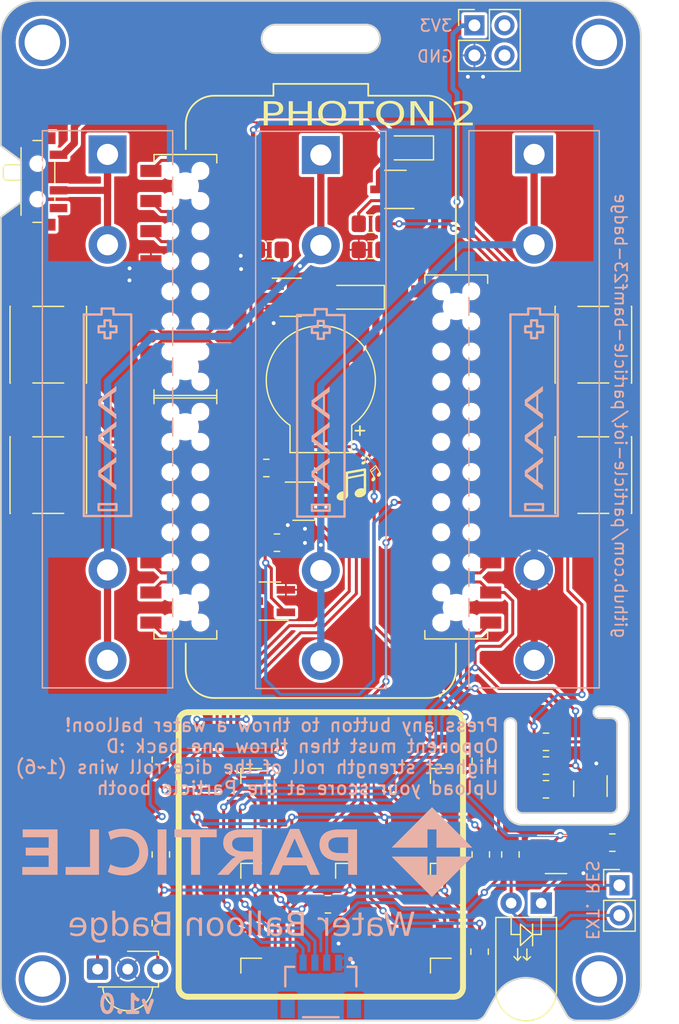
<source format=kicad_pcb>
(kicad_pcb (version 20221018) (generator pcbnew)
  (title_block (title "Particle BAMF23 Badge") (date "2023-09-20") (rev "v1.0") (company "Brett Walach"))
  (layers (0 "F.Cu" signal) (31 "B.Cu" signal) (34 "B.Paste" user) (35 "F.Paste" user) (36 "B.SilkS" user "B.Silkscreen") (37 "F.SilkS" user "F.Silkscreen") (38 "B.Mask" user) (39 "F.Mask" user) (44 "Edge.Cuts" user))
  (net 0 "")
  (net 1 "GND")
  (net 2 "RST")
  (net 3 "MD")
  (net 4 "A0")
  (net 5 "A1")
  (net 6 "A2")
  (net 7 "A5")
  (net 8 "LI+")
  (net 9 "EN")
  (net 10 "VUSB")
  (net 11 "D10")
  (net 12 "D7")
  (net 13 "D6")
  (net 14 "D5")
  (net 15 "D4")
  (net 16 "D3")
  (net 17 "D2")
  (net 18 "SCL")
  (net 19 "SDA")
  (net 20 "NC")
  (net 21 "TX")
  (net 22 "RX")
  (net 23 "MI")
  (net 24 "MO")
  (net 25 "SCK")
  (net 26 "S3")
  (net 27 "S4")
  (net 28 "PXG")
  (net 29 "Net-(D10-A)")
  (net 30 "Net-(D11-A)")
  (net 31 "Net-(D3-DOUT)")
  (net 32 "Net-(D3-DIN)")
  (net 33 "Net-(D4-DOUT)")
  (net 34 "Net-(D5-DOUT)")
  (net 35 "Net-(D6-DOUT)")
  (net 36 "Net-(D7-DOUT)")
  (net 37 "Net-(D8-DOUT)")
  (net 39 "B+")
  (net 40 "Net-(BT1--)")
  (net 41 "Net-(BT2--)")
  (net 42 "Net-(D1-A)")
  (net 43 "Net-(Q3-G)")
  (net 44 "3V3")
  (net 50 "Net-(D11-K)")
  (footprint "particle-bamf23-badge:SOT-23_HandSoldering" (layer "F.Cu") (at 133.3 65.9 180)
    (fp_text reference "Q3" hide)
    (fp_text value "PJA3415")
  )
  (footprint "particle-bamf23-badge:C_0805_2012Metric_Pad1.20x1.40mm_HandSolder" (layer "F.Cu") (at 140.5 114.1 -90)
    (fp_text reference "C6" hide)
    (fp_text value "0.1uF")
  )
  (footprint "particle-bamf23-badge:C_0805_2012Metric_Pad1.20x1.40mm_HandSolder" (layer "F.Cu") (at 113.5 122 -90)
    (fp_text reference "C4" hide)
    (fp_text value "0.1uF")
  )
  (footprint "particle-bamf23-badge:SW_Push_1P1T_NO_6x6mm_H5mm" (layer "F.Cu") (at 104 90 -90)
    (fp_text reference "SW2" hide)
    (fp_text value "6x6x5mm" hide)
  )
  (footprint "particle-bamf23-badge:water-balloon-5mm-ss" (layer "F.Cu") (at 108.445927 78.715498 160)
    (fp_text reference "G***" hide)
    (fp_text value "LOGO" hide)
  )
  (footprint "particle-bamf23-badge:LED_WS2812B_PLCC4_5.0x5.0mm_P3.2mm" (layer "F.Cu") (at 135 114)
    (fp_text reference "D7" hide)
    (fp_text value "WS2812B")
  )
  (footprint "particle-bamf23-badge:C_0805_2012Metric_Pad1.20x1.40mm_HandSolder" (layer "F.Cu") (at 146 116.5 180)
    (fp_text reference "C1" hide)
    (fp_text value "0.1uF")
  )
  (footprint "particle-bamf23-badge:R_0805_2012Metric_Pad1.20x1.40mm_HandSolder" (layer "F.Cu") (at 122.7 71 180)
    (fp_text reference "R3" hide)
    (fp_text value "100k 1%")
  )
  (footprint "particle-bamf23-badge:Sensirion_DFN-8-1EP_2.5x2.5mm_P0.5mm_EP1.1x1.7mm" (layer "F.Cu") (at 149.75 116.45 -90)
    (fp_text reference "U3" hide)
    (fp_text value "SHT31-DIS")
  )
  (footprint "particle-bamf23-badge:SOT-23_HandSoldering" (layer "F.Cu") (at 124.45 75)
    (fp_text reference "Q1" hide)
    (fp_text value "2N7002")
  )
  (footprint "particle-bamf23-badge:SOT-23_HandSoldering" (layer "F.Cu") (at 146.85 122)
    (fp_text reference "Q4" hide)
    (fp_text value "2N7002")
  )
  (footprint "particle-bamf23-badge:water-balloon-5mm-ss" (layer "F.Cu") (at 150.72 97.39 45)
    (fp_text reference "G***" hide)
    (fp_text value "LOGO" hide)
  )
  (footprint "particle-bamf23-badge:water-balloon-5mm-ss" (layer "F.Cu") (at 151.084306 71.064859 -160)
    (fp_text reference "G***" hide)
    (fp_text value "LOGO" hide)
  )
  (footprint "particle-bamf23-badge:SW_SPDT_PCM12" (layer "F.Cu") (at 103.43 65.228885 -90)
    (fp_text reference "SW5" hide)
    (fp_text value "SW_SPDT")
  )
  (footprint "particle-bamf23-badge:Harwin_M20-7810845_2x08_P2.54mm_Vertical" (layer "F.Cu") (at 115.57 73.23)
    (fp_text reference "J2" hide)
    (fp_text value "M20-7810845")
  )
  (footprint "particle-bamf23-badge:MagneticBuzzer_FUET-9032-05" (layer "F.Cu") (at 127 84 180)
    (fp_text reference "LS1" hide)
    (fp_text value "Speaker")
  )
  (footprint "particle-bamf23-badge:R_0805_2012Metric_Pad1.20x1.40mm_HandSolder" (layer "F.Cu") (at 151.6 121)
    (fp_text reference "R8" hide)
    (fp_text value "100k 1%")
  )
  (footprint "particle-bamf23-badge:R_0805_2012Metric_Pad1.20x1.40mm_HandSolder" (layer "F.Cu") (at 131.2 71)
    (fp_text reference "R5" hide)
    (fp_text value "100k 1%")
  )
  (footprint "particle-bamf23-badge:Vishay_MINICAST-3Pin" (layer "F.Cu") (at 108.16 131.675)
    (fp_text reference "U2" hide)
    (fp_text value "TSOP38G36")
  )
  (footprint "particle-bamf23-badge:music-notes" (layer "F.Cu") (at 130.2 90.2)
    (fp_text reference "G***" hide)
    (fp_text value "music-notes" hide)
  )
  (footprint "Connector_PinHeader_2.54mm:PinHeader_1x02_P2.54mm_Vertical" (layer "F.Cu") (at 152.2 124.6)
    (fp_text reference "J1" hide)
    (fp_text value "Ext. Resistor" hide)
  )
  (footprint "particle-bamf23-badge:C_0805_2012Metric_Pad1.20x1.40mm_HandSolder" (layer "F.Cu") (at 140.4 130.2 -90)
    (fp_text reference "C8" hide)
    (fp_text value "0.1uF")
  )
  (footprint "particle-bamf23-badge:MountingHole_4.0mm_M3.0" (layer "F.Cu") (at 103.5 53.5)
    (fp_text reference "H1" hide)
    (fp_text value "3.0mm")
  )
  (footprint "particle-bamf23-badge:C_0805_2012Metric_Pad1.20x1.40mm_HandSolder" (layer "F.Cu") (at 127.6 126.2)
    (fp_text reference "C2" hide)
    (fp_text value "0.1uF" hide)
  )
  (footprint "particle-bamf23-badge:R_0805_2012Metric_Pad1.20x1.40mm_HandSolder" (layer "F.Cu") (at 146 112.5 180)
    (fp_text reference "R6" hide)
    (fp_text value "4.7k 1%")
  )
  (footprint "particle-bamf23-badge:C_0805_2012Metric_Pad1.20x1.40mm_HandSolder" (layer "F.Cu") (at 122.4 89.4 180)
    (fp_text reference "C9" hide)
    (fp_text value "0.1uF")
  )
  (footprint "particle-bamf23-badge:C_0805_2012Metric_Pad1.20x1.40mm_HandSolder" (layer "F.Cu") (at 113.5 114 -90)
    (fp_text reference "C3" hide)
    (fp_text value "0.1uF")
  )
  (footprint "particle-bamf23-badge:Harwin_M20-7810845_2x08_P2.54mm_Vertical" (layer "F.Cu") (at 115.57 93.55)
    (fp_text reference "J5" hide)
    (fp_text value "M20-7810845")
  )
  (footprint "particle-bamf23-badge:MountingHole_4.0mm_M3.0" (layer "F.Cu") (at 150.5 132.5)
    (fp_text reference "H4" hide)
    (fp_text value "3.0mm")
  )
  (footprint "particle-bamf23-badge:Harwin_M20-7811245_2x12_P2.54mm_Vertical" (layer "F.Cu") (at 138.43 88.47)
    (fp_text reference "J4" hide)
    (fp_text value "M20-7811245")
  )
  (footprint "particle-bamf23-badge:SW_Push_1P1T_NO_6x6mm_H5mm" (layer "F.Cu") (at 104 79 -90)
    (fp_text reference "SW1" hide)
    (fp_text value "6x6x5mm" hide)
  )
  (footprint "particle-bamf23-badge:PinHeader_2x02_P2.54mm_Vertical" (layer "F.Cu") (at 139.96 52.06)
    (fp_text reference "J6" hide)
    (fp_text value "#Badgelife SAO - Long Live the Simple Version" hide)
  )
  (footprint "particle-bamf23-badge:R_0805_2012Metric_Pad1.20x1.40mm_HandSolder" (layer "F.Cu") (at 143 122 90)
    (fp_text reference "R2" hide)
    (fp_text value "1k 1%")
  )
  (footprint "particle-bamf23-badge:LED_WS2812B_PLCC4_5.0x5.0mm_P3.2mm" (layer "F.Cu") (at 119 130)
    (fp_text reference "D5" hide)
    (fp_text value "WS2812B")
  )
  (footprint "particle-bamf23-badge:SW_Push_1P1T_NO_6x6mm_H5mm" (layer "F.Cu") (at 150 79 90)
    (fp_text reference "SW3" hide)
    (fp_text value "6x6x5mm" hide)
  )
  (footprint "particle-bamf23-badge:SOT-23_HandSoldering" (layer "F.Cu") (at 122.7 100.625 180)
    (fp_text reference "Q2" hide)
    (fp_text value "2N7002")
  )
  (footprint "particle-bamf23-badge:SOT-23-5_HandSoldering" (layer "F.Cu") (at 125.55 92.2)
    (fp_text reference "U1" hide)
    (fp_text value "74AHC1G125")
  )
  (footprint "particle-bamf23-badge:C_0805_2012Metric_Pad1.20x1.40mm_HandSolder" (layer "F.Cu") (at 113.5 127.8 90)
    (fp_text reference "C5" hide)
    (fp_text value "0.1uF")
  )
  (footprint "particle-bamf23-badge:R_0805_2012Metric_Pad1.20x1.40mm_HandSolder" (layer "F.Cu") (at 123.3 95.7)
    (fp_text reference "R1" hide)
    (fp_text value "100k 1%")
  )
  (footprint "particle-bamf23-badge:LED_WS2812B_PLCC4_5.0x5.0mm_P3.2mm" (layer "F.Cu") (at 135 130)
    (fp_text reference "D9" hide)
    (fp_text value "WS2812B")
  )
  (footprint "particle-bamf23-badge:LED_WS2812B_PLCC4_5.0x5.0mm_P3.2mm" (layer "F.Cu") (at 127 122)
    (fp_text reference "D6" hide)
    (fp_text value "WS2812B")
  )
  (footprint "particle-bamf23-badge:D_SOD-123HE" (layer "F.Cu") (at 134.2 62.4 180)
    (fp_text reference "D1" hide)
    (fp_text value "SBA330AH_R1_00001")
  )
  (footprint "particle-bamf23-badge:LED_WS2812B_PLCC4_5.0x5.0mm_P3.2mm" (layer "F.Cu") (at 119 114)
    (fp_text reference "D3" hide)
    (fp_text value "WS2812B")
  )
  (footprint "particle-bamf23-badge:MountingHole_4.0mm_M3.0" (layer "F.Cu") (at 150.5 53.5)
    (fp_text reference "H2" hide)
    (fp_text value "3.0mm")
  )
  (footprint "particle-bamf23-badge:particle-logo-stacked-10mm-sm" (layer "F.Cu") (at 106.8 114)
    (fp_text reference "G1" hide)
    (fp_text value "LOGO" hide)
  )
  (footprint "particle-bamf23-badge:water-balloon-5mm-ss" (layer "F.Cu") (at 103.79 97.56 -20)
    (fp_text reference "G***" hide)
    (fp_text value "LOGO" hide)
  )
  (footprint "particle-bamf23-badge:LED_D5.0mm_Horizontal_O1.27mm_Z3.0mm" (layer "F.Cu") (at 143.06 126.1)
    (fp_text reference "D11" hide)
    (fp_text value "IR LED")
  )
  (footprint "particle-bamf23-badge:MountingHole_4.0mm_M3.0" (layer "F.Cu") (at 103.5 132.5)
    (fp_text reference "H3" hide)
    (fp_text value "3.0mm")
  )
  (footprint "particle-bamf23-badge:C_0805_2012Metric_Pad1.20x1.40mm_HandSolder" (layer "F.Cu") (at 140.5 122 -90)
    (fp_text reference "C7" hide)
    (fp_text value "0.1uF")
  )
  (footprint "particle-bamf23-badge:SW_Push_1P1T_NO_6x6mm_H5mm" (layer "F.Cu") (at 150 90 90)
    (fp_text reference "SW4" hide)
    (fp_text value "6x6x5mm" hide)
  )
  (footprint "particle-bamf23-badge:R_0805_2012Metric_Pad1.20x1.40mm_HandSolder" (layer "F.Cu") (at 131.2 68.8 180)
    (fp_text reference "R4" hide)
    (fp_text value "10k 1%")
  )
  (footprint "particle-bamf23-badge:R_0805_2012Metric_Pad1.20x1.40mm_HandSolder" (layer "F.Cu") (at 146 114.5 180)
    (fp_text reference "R7" hide)
    (fp_text value "4.7k 1%")
  )
  (footprint "particle-bamf23-badge:D_SOD-123" (layer "F.Cu") (at 130 75 180)
    (fp_text reference "D10" hide)
    (fp_text value "MBR0540")
  )
  (footprint "particle-bamf23-badge:LED_WS2812B_PLCC4_5.0x5.0mm_P3.2mm" (layer "F.Cu") (at 119 122)
    (fp_text reference "D4" hide)
    (fp_text value "WS2812B")
  )
  (footprint "particle-bamf23-badge:LED_WS2812B_PLCC4_5.0x5.0mm_P3.2mm" (layer "F.Cu") (at 135 122)
    (fp_text reference "D8" hide)
    (fp_text value "WS2812B")
  )
  (footprint "particle-bamf23-badge:water-balloon-5mm-ss" (layer "B.Cu") (at 119 132.4 45)
    (fp_text reference "G***" hide)
    (fp_text value "LOGO" hide)
  )
  (footprint "particle-bamf23-badge:BatteryHolder_MPD_BK82_AAA" (layer "B.Cu") (at 127 63 -90)
    (fp_text reference "BT2" hide)
    (fp_text value "AAA Battery")
  )
  (footprint "particle-bamf23-badge:BatteryHolder_MPD_BK82_AAA" (layer "B.Cu") (at 145 62.95 -90)
    (fp_text reference "BT3" hide)
    (fp_text value "AAA Battery")
  )
  (footprint "particle-bamf23-badge:water-balloon-5mm-ss" (layer "B.Cu") (at 134.8 132.2 -135)
    (fp_text reference "G***" hide)
    (fp_text value "LOGO" hide)
  )
  (footprint "particle-bamf23-badge:JST04_1MM_RA" (layer "B.Cu") (at 127 131.125001 180)
    (fp_text reference "J3")
    (fp_text value "Qwiic_RA")
  )
  (footprint "particle-bamf23-badge:BatteryHolder_MPD_BK82_AAA" (layer "B.Cu") (at 109 62.95 -90)
    (fp_text reference "BT1" hide)
    (fp_text value "AAA Battery")
  )
  (footprint "particle-bamf23-badge:temp-humidity-7.6mm-sm" (layer "B.Cu") (at 147.8 114.8 180)
    (fp_text reference "G***" hide)
    (fp_text value "LOGO" hide)
  )
  (footprint "particle-bamf23-badge:particle-logo-38mm-ss" (layer "B.Cu") (at 120.8 121.8 180)
    (fp_text reference "G2" hide)
    (fp_text value "LOGO" hide)
  )
  (gr_arc (start 118 108.8) (mid 116.302944 108.097056) (end 115.6 106.4) (stroke (width 0.15)) (layer "F.SilkS"))
  (gr_line (start 123 57) (end 131 57) (stroke (width 0.15)) (layer "F.SilkS"))
  (gr_arc (start 138.4 106.4) (mid 137.697056 108.097056) (end 136 108.8) (stroke (width 0.15)) (layer "F.SilkS"))
  (gr_line (start 115.6 60.4) (end 115.6 62.5) (stroke (width 0.15)) (layer "F.SilkS"))
  (gr_line (start 118 58) (end 123 58) (stroke (width 0.15)) (layer "F.SilkS"))
  (gr_line (start 138.2 134) (end 115.8 134) (stroke (width 0.5)) (layer "F.SilkS"))
  (gr_arc (start 115.8 134) (mid 115.234315 133.765685) (end 115 133.2) (stroke (width 0.5)) (layer "F.SilkS"))
  (gr_line (start 131 57) (end 131 58) (stroke (width 0.15)) (layer "F.SilkS"))
  (gr_line (start 138.4 60.4) (end 138.4 72.7) (stroke (width 0.15)) (layer "F.SilkS"))
  (gr_line (start 131 58) (end 136 58) (stroke (width 0.15)) (layer "F.SilkS"))
  (gr_line (start 118 108.8) (end 136 108.8) (stroke (width 0.15)) (layer "F.SilkS"))
  (gr_arc (start 115.6 60.4) (mid 116.302944 58.702944) (end 118 58) (stroke (width 0.15)) (layer "F.SilkS"))
  (gr_line (start 139 110.8) (end 139 133.2) (stroke (width 0.5)) (layer "F.SilkS"))
  (gr_arc (start 138.2 110) (mid 138.765685 110.234315) (end 139 110.8) (stroke (width 0.5)) (layer "F.SilkS"))
  (gr_arc (start 136 58) (mid 137.697056 58.702944) (end 138.4 60.4) (stroke (width 0.15)) (layer "F.SilkS"))
  (gr_line (start 123 58) (end 123 57) (stroke (width 0.15)) (layer "F.SilkS"))
  (gr_line (start 138.4 106.4) (end 138.4 104.2) (stroke (width 0.15)) (layer "F.SilkS"))
  (gr_arc (start 115 110.8) (mid 115.234315 110.234315) (end 115.8 110) (stroke (width 0.5)) (layer "F.SilkS"))
  (gr_line (start 115 133.2) (end 115 110.8) (stroke (width 0.5)) (layer "F.SilkS"))
  (gr_line (start 115.8 110) (end 138.2 110) (stroke (width 0.5)) (layer "F.SilkS"))
  (gr_line (start 115.6 104.2) (end 115.6 106.4) (stroke (width 0.15)) (layer "F.SilkS"))
  (gr_arc (start 139 133.2) (mid 138.765685 133.765685) (end 138.2 134) (stroke (width 0.5)) (layer "F.SilkS"))
  (gr_line (start 100 68.328885) (end 100 133) (stroke (width 0.15)) (layer "Edge.Cuts"))
  (gr_line (start 151.5 110.5) (end 150.5 110.5) (stroke (width 0.15)) (layer "Edge.Cuts"))
  (gr_arc (start 100 68.328885) (mid 100.023665 68.234513) (end 100.08906 68.162475) (stroke (width 0.15)) (layer "Edge.Cuts"))
  (gr_line (start 151.5 118.5) (end 144 118.5) (stroke (width 0.15)) (layer "Edge.Cuts"))
  (gr_line (start 130.8 52) (end 123.2 52) (stroke (width 0.15)) (layer "Edge.Cuts"))
  (gr_line (start 100 53) (end 100 62.128885) (stroke (width 0.15)) (layer "Edge.Cuts"))
  (gr_arc (start 140.868243 135.496139) (mid 140.501927 135.86491) (end 140 136) (stroke (width 0.15)) (layer "Edge.Cuts"))
  (gr_line (start 143.5 118) (end 143.5 111) (stroke (width 0.15)) (layer "Edge.Cuts"))
  (gr_line (start 100.110557 62.30777) (end 101.589443 63.4) (stroke (width 0.15)) (layer "Edge.Cuts"))
  (gr_arc (start 152 118) (mid 151.853553 118.353553) (end 151.5 118.5) (stroke (width 0.15)) (layer "Edge.Cuts"))
  (gr_line (start 154 53) (end 154 133) (stroke (width 0.15)) (layer "Edge.Cuts"))
  (gr_arc (start 154 133) (mid 153.12132 135.12132) (end 151 136) (stroke (width 0.15)) (layer "Edge.Cuts"))
  (gr_arc (start 142.5 111) (mid 143 110.5) (end 143.5 111) (stroke (width 0.15)) (layer "Edge.Cuts"))
  (gr_arc (start 141.788062 133.850805) (mid 142.849598 132.788759) (end 144.3 132.4) (stroke (width 0.15)) (layer "Edge.Cuts"))
  (gr_arc (start 123.2 54.4) (mid 122 53.2) (end 123.2 52) (stroke (width 0.15)) (layer "Edge.Cuts"))
  (gr_line (start 146.811938 133.850805) (end 147.731757 135.496139) (stroke (width 0.15)) (layer "Edge.Cuts"))
  (gr_arc (start 130.8 52) (mid 132 53.2) (end 130.8 54.4) (stroke (width 0.15)) (layer "Edge.Cuts"))
  (gr_arc (start 153 118) (mid 152.56066 119.06066) (end 151.5 119.5) (stroke (width 0.15)) (layer "Edge.Cuts"))
  (gr_arc (start 151.5 109.5) (mid 152.56066 109.93934) (end 153 111) (stroke (width 0.15)) (layer "Edge.Cuts"))
  (gr_arc (start 103 136) (mid 100.87868 135.12132) (end 100 133) (stroke (width 0.15)) (layer "Edge.Cuts"))
  (gr_arc (start 150.5 110.5) (mid 150 110) (end 150.5 109.5) (stroke (width 0.15)) (layer "Edge.Cuts"))
  (gr_arc (start 101.589443 63.4) (mid 101.67013 63.473739) (end 101.7 63.578885) (stroke (width 0.15)) (layer "Edge.Cuts"))
  (gr_line (start 123.2 54.4) (end 130.8 54.4) (stroke (width 0.15)) (layer "Edge.Cuts"))
  (gr_arc (start 151.5 110.5) (mid 151.853553 110.646447) (end 152 111) (stroke (width 0.15)) (layer "Edge.Cuts"))
  (gr_line (start 103 50) (end 151 50) (stroke (width 0.15)) (layer "Edge.Cuts"))
  (gr_line (start 152 111) (end 152 118) (stroke (width 0.15)) (layer "Edge.Cuts"))
  (gr_line (start 153 118) (end 153 111) (stroke (width 0.15)) (layer "Edge.Cuts"))
  (gr_arc (start 100 53) (mid 100.87868 50.87868) (end 103 50) (stroke (width 0.15)) (layer "Edge.Cuts"))
  (gr_arc (start 151 50) (mid 153.12132 50.87868) (end 154 53) (stroke (width 0.15)) (layer "Edge.Cuts"))
  (gr_line (start 150.5 109.5) (end 151.5 109.5) (stroke (width 0.15)) (layer "Edge.Cuts"))
  (gr_arc (start 101.7 66.878885) (mid 101.67013 66.984031) (end 101.589443 67.05777) (stroke (width 0.15)) (layer "Edge.Cuts"))
  (gr_line (start 101.7 63.578885) (end 101.7 66.878885) (stroke (width 0.15)) (layer "Edge.Cuts"))
  (gr_arc (start 144 119.5) (mid 142.93934 119.06066) (end 142.5 118) (stroke (width 0.15)) (layer "Edge.Cuts"))
  (gr_line (start 101.589443 67.05777) (end 100.08906 68.162475) (stroke (width 0.15)) (layer "Edge.Cuts"))
  (gr_line (start 103 136) (end 140 136) (stroke (width 0.15)) (layer "Edge.Cuts"))
  (gr_line (start 142.5 111) (end 142.5 118) (stroke (width 0.15)) (layer "Edge.Cuts"))
  (gr_arc (start 148.6 136) (mid 148.098073 135.86491) (end 147.731757 135.496139) (stroke (width 0.15)) (layer "Edge.Cuts"))
  (gr_line (start 141.788062 133.850805) (end 140.868243 135.496139) (stroke (width 0.15)) (layer "Edge.Cuts"))
  (gr_line (start 148.6 136) (end 151 136) (stroke (width 0.15)) (layer "Edge.Cuts"))
  (gr_arc (start 144 118.5) (mid 143.646447 118.353553) (end 143.5 118) (stroke (width 0.15)) (layer "Edge.Cuts"))
  (gr_line (start 144 119.5) (end 151.5 119.5) (stroke (width 0.15)) (layer "Edge.Cuts"))
  (gr_arc (start 144.3 132.4) (mid 145.750402 132.788759) (end 146.811938 133.850805) (stroke (width 0.15)) (layer "Edge.Cuts"))
  (gr_arc (start 100.110557 62.30777) (mid 100.02987 62.234031) (end 100 62.128885) (stroke (width 0.15)) (layer "Edge.Cuts"))
  (gr_text "GND\n" (at 138.27 55.27) (layer "B.SilkS") (effects (font (size 1 1)) (justify left bottom mirror)))
  (gr_text "github.com/particle-iot/particle-bamf23-badge" (at 152.3 85 270) (layer "B.SilkS") (effects (font (size 1 1)) (justify mirror)))
  (gr_text "v1.0" (at 113.17 135.51) (layer "B.SilkS") (effects (font (size 1.5 1.5) (thickness 0.3) bold) (justify left bottom mirror)))
  (gr_text "3V3\n" (at 138.19 52.67) (layer "B.SilkS") (effects (font (size 1 1)) (justify left bottom mirror)))
  (gr_text "Press any button to throw a water balloon!\nOpponent must then throw one back :D\nHighest strength roll of the dice roll wins (1~6)\nUpload your score at the Particle booth" (at 142.1 117.05) (layer "B.SilkS") (effects (font (size 1.1 1.1) (thickness 0.18)) (justify left bottom mirror)))
  (gr_text "EXT. RES" (at 149.32 129.31 -90) (layer "B.SilkS") (effects (font (size 1 1)) (justify left bottom mirror)))
  (gr_text "Water Balloon Badge" (at 135 129.2) (layer "B.SilkS") (effects (font (size 2 2)) (justify left bottom mirror)))
  (gr_text "PHOTON 2\n" (at 121.84 60.84) (layer "F.SilkS") (effects (font (size 2 2.5)) (justify left bottom)))
  (segment (start 113.045593 71.96) (end 113.932593 72.847) (width 0.254) (layer "F.Cu") (net 1))
  (segment (start 113.932593 72.847) (end 117.593 72.847) (width 0.254) (layer "F.Cu") (net 1))
  (segment (start 145 98) (end 145 95.3) (width 0.6096) (layer "F.Cu") (net 1))
  (segment (start 117.593 72.847) (end 118.48 71.96) (width 0.254) (layer "F.Cu") (net 1))
  (segment (start 149.75 116.45) (end 151.55 116.45) (width 0.254) (layer "F.Cu") (net 1))
  (segment (start 112.66 71.96) (end 113.045593 71.96) (width 0.254) (layer "F.Cu") (net 1))
  (segment (start 145 105.62) (end 145 98) (width 0.6096) (layer "F.Cu") (net 1))
  (via (at 110.86 72.56) (size 0.6096) (drill 0.3302) (layers "F.Cu" "B.Cu") (net 1))
  (via (at 150.25 114.32) (size 0.6096) (drill 0.3302) (layers "F.Cu" "B.Cu") (net 1))
  (via (at 128.5 129.51) (size 0.6096) (drill 0.3302) (layers "F.Cu" "B.Cu") (net 1))
  (via (at 125.66 94.53) (size 0.6096) (drill 0.3302) (layers "F.Cu" "B.Cu") (net 1))
  (via (at 120.24 71.5) (size 0.6096) (drill 0.3302) (layers "F.Cu" "B.Cu") (net 1))
  (via (at 120.27 72.62) (size 0.6096) (drill 0.3302) (layers "F.Cu" "B.Cu") (net 1))
  (via (at 125.66 95.72) (size 0.6096) (drill 0.3302) (layers "F.Cu" "B.Cu") (net 1))
  (via (at 124.21 94.22) (size 0.6096) (drill 0.3302) (layers "F.Cu" "B.Cu") (net 1))
  (via (at 110.85 73.57) (size 0.6096) (drill 0.3302) (layers "F.Cu" "B.Cu") (net 1))
  (via (at 123.02 77.18) (size 0.6096) (drill 0.3302) (layers "F.Cu" "B.Cu") (net 1))
  (via (at 140.69 56.4) (size 0.6096) (drill 0.3302) (layers "F.Cu" "B.Cu") (net 1))
  (via (at 149.16 123.58) (size 0.6096) (drill 0.3302) (layers "F.Cu" "B.Cu") (net 1))
  (via (at 129.7 131.13) (size 0.6096) (drill 0.3302) (layers "F.Cu" "B.Cu") (net 1))
  (via (at 139.41 56.4) (size 0.6096) (drill 0.3302) (layers "F.Cu" "B.Cu") (net 1))
  (segment (start 145 98) (end 145 95.25) (width 0.6096) (layer "B.Cu") (net 1))
  (segment (start 112.66 64.34) (end 113.547 63.453) (width 0.254) (layer "F.Cu") (net 2))
  (segment (start 113.547 63.453) (end 117.593 63.453) (width 0.254) (layer "F.Cu") (net 2))
  (segment (start 117.593 63.453) (end 118.48 64.34) (width 0.254) (layer "F.Cu") (net 2))
  (segment (start 112.66 69.42) (end 113.547 70.307) (width 0.254) (layer "F.Cu") (net 3))
  (segment (start 113.547 70.307) (end 117.593 70.307) (width 0.254) (layer "F.Cu") (net 3))
  (segment (start 117.593 70.307) (end 118.48 69.42) (width 0.254) (layer "F.Cu") (net 3))
  (segment (start 113.547 75.387) (end 117.593 75.387) (width 0.254) (layer "F.Cu") (net 4))
  (segment (start 117.593 75.387) (end 118.48 74.5) (width 0.254) (layer "F.Cu") (net 4))
  (segment (start 112.66 74.5) (end 113.547 75.387) (width 0.254) (layer "F.Cu") (net 4))
  (segment (start 113.547 77.927) (end 117.593 77.927) (width 0.254) (layer "F.Cu") (net 5))
  (segment (start 112.66 77.04) (end 113.547 77.927) (width 0.254) (layer "F.Cu") (net 5))
  (segment (start 117.593 77.927) (end 118.48 77.04) (width 0.254) (layer "F.Cu") (net 5))
  (segment (start 117.593 78.693) (end 118.48 79.58) (width 0.254) (layer "F.Cu") (net 6))
  (segment (start 121.1 74.9) (end 121.95 74.05) (width 0.254) (layer "F.Cu") (net 6))
  (segment (start 112.66 79.58) (end 113.547 78.693) (width 0.254) (layer "F.Cu") (net 6))
  (segment (start 121.1 78.75) (end 121.1 74.9) (width 0.254) (layer "F.Cu") (net 6))
  (segment (start 113.547 78.693) (end 117.593 78.693) (width 0.254) (layer "F.Cu") (net 6))
  (segment (start 121.95 74.05) (end 123.1 74.05) (width 0.254) (layer "F.Cu") (net 6))
  (segment (start 118.48 79.58) (end 120.27 79.58) (width 0.254) (layer "F.Cu") (net 6))
  (segment (start 123.7 72.3) (end 123.1 72.9) (width 0.254) (layer "F.Cu") (net 6))
  (segment (start 123.7 71) (end 123.7 72.3) (width 0.254) (layer "F.Cu") (net 6))
  (segment (start 123.1 72.9) (end 123.1 74.05) (width 0.254) (layer "F.Cu") (net 6))
  (segment (start 120.27 79.58) (end 121.1 78.75) (width 0.254) (layer "F.Cu") (net 6))
  (segment (start 123.7 87.6) (end 120.35 84.25) (width 0.254) (layer "F.Cu") (net 7))
  (segment (start 120.35 84.25) (end 120.35 82.6) (width 0.254) (layer "F.Cu") (net 7))
  (segment (start 129.79 87.609728) (end 123.7 87.6) (width 0.254) (layer "F.Cu") (net 7))
  (segment (start 131.5 91.8) (end 131.5 101.4) (width 0.254) (layer "F.Cu") (net 7))
  (segment (start 145.5 121.05) (end 146.55 121.05) (width 0.254) (layer "F.Cu") (net 7))
  (segment (start 146.55 121.05) (end 147.2 120.4) (width 0.254) (layer "F.Cu") (net 7))
  (segment (start 119.87 82.12) (end 118.48 82.12) (width 0.254) (layer "F.Cu") (net 7))
  (segment (start 117.593 83.007) (end 118.48 82.12) (width 0.254) (layer "F.Cu") (net 7))
  (segment (start 131.5 101.4) (end 131.5 102.71) (width 0.254) (layer "F.Cu") (net 7))
  (segment (start 131.5 102.71) (end 139.18 110.39) (width 0.254) (layer "F.Cu") (net 7))
  (segment (start 149 120.4) (end 147.2 120.4) (width 0.254) (layer "F.Cu") (net 7))
  (segment (start 112.66 82.12) (end 113.547 83.007) (width 0.254) (layer "F.Cu") (net 7))
  (segment (start 120.35 82.6) (end 119.87 82.12) (width 0.254) (layer "F.Cu") (net 7))
  (segment (start 149.6 121) (end 149 120.4) (width 0.254) (layer "F.Cu") (net 7))
  (segment (start 150.6 121) (end 149.6 121) (width 0.254) (layer "F.Cu") (net 7))
  (segment (start 113.547 83.007) (end 117.593 83.007) (width 0.254) (layer "F.Cu") (net 7))
  (via (at 147.2 120.4) (size 0.6096) (drill 0.3302) (layers "F.Cu" "B.Cu") (net 7))
  (via (at 129.79 87.609728) (size 0.6096) (drill 0.3302) (layers "F.Cu" "B.Cu") (net 7))
  (via (at 139.18 110.39) (size 0.6096) (drill 0.3302) (layers "F.Cu" "B.Cu") (net 7))
  (via (at 131.5 91.8) (size 0.6096) (drill 0.3302) (layers "F.Cu" "B.Cu") (net 7))
  (segment (start 131.5 89) (end 131.5 91.8) (width 0.254) (layer "B.Cu") (net 7))
  (segment (start 142.78 120.4) (end 139.16 116.78) (width 0.254) (layer "B.Cu") (net 7))
  (segment (start 139.18 110.39) (end 139.16 110.41) (width 0.254) (layer "B.Cu") (net 7))
  (segment (start 139.16 110.41) (end 139.16 116.78) (width 0.254) (layer "B.Cu") (net 7))
  (segment (start 147.2 120.4) (end 142.78 120.4) (width 0.254) (layer "B.Cu") (net 7))
  (segment (start 129.79 87.609728) (end 131.5 89) (width 0.254) (layer "B.Cu") (net 7))
  (segment (start 136.24 64.95) (end 137.13 64.06) (width 0.6096) (layer "F.Cu") (net 8))
  (segment (start 131.65 73.95) (end 131.65 75) (width 0.6096) (layer "F.Cu") (net 8))
  (segment (start 132.55 119.05) (end 132.375 118.875) (width 0.254) (layer "F.Cu") (net 8))
  (segment (start 136.6 65.5) (end 136.6 69) (width 0.6096) (layer "F.Cu") (net 8))
  (segment (start 131.6 74.95) (end 131.65 75) (width 0.6096) (layer "F.Cu") (net 8))
  (segment (start 126.6 126.2) (end 125.8 126.2) (width 0.254) (layer "F.Cu") (net 8))
  (segment (start 126.7 103.3) (end 125.3 103.3) (width 0.254) (layer "F.Cu") (net 8))
  (segment (start 116.5 118.85) (end 116.55 118.85) (width 0.254) (layer "F.Cu") (net 8))
  (segment (start 115.2 117.55) (end 116.5 118.85) (width 0.254) (layer "F.Cu") (net 8))
  (segment (start 113.5 128.8) (end 114.8 128.8) (width 0.254) (layer "F.Cu") (net 8))
  (segment (start 115.2 114.75) (end 116.55 113.4) (width 0.254) (layer "F.Cu") (net 8))
  (segment (start 113.24 130.16) (end 113.24 131.675) (width 0.254) (layer "F.Cu") (net 8))
  (segment (start 115.2 125.7) (end 116.55 127.05) (width 0.254) (layer "F.Cu") (net 8))
  (segment (start 116.55 110.6) (end 116.55 112.35) (width 0.254) (layer "F.Cu") (net 8))
  (segment (start 116.3 126.8) (end 116.55 127.05) (width 0.254) (layer "F.Cu") (net 8))
  (segment (start 123.6 125.8) (end 123 125.2) (width 0.254) (layer "F.Cu") (net 8))
  (segment (start 124.55 121.26842) (end 124.55 120.35) (width 0.254) (layer "F.Cu") (net 8))
  (segment (start 125.8 126.2) (end 125.4 126.6) (width 0.254) (layer "F.Cu") (net 8))
  (segment (start 135.52 74.5) (end 135.52 70.08) (width 0.6096) (layer "F.Cu") (net 8))
  (segment (start 137.13 62.77) (end 136.76 62.4) (width 0.6096) (layer "F.Cu") (net 8))
  (segment (start 131.15 79.05) (end 131.15 82) (width 0.6096) (layer "F.Cu") (net 8))
  (segment (start 128 91.25) (end 128.45 91.7) (width 0.254) (layer "F.Cu") (net 8))
  (segment (start 113.5 128.8) (end 113.5 129.9) (width 0.254) (layer "F.Cu") (net 8))
  (segment (start 113.5 121) (end 114.6 121) (width 0.254) (layer "F.Cu") (net 8))
  (segment (start 125.3 103.3) (end 120.7 107.9) (width 0.254) (layer "F.Cu") (net 8))
  (segment (start 132.25 126.75) (end 131.2 125.7) (width 0.254) (layer "F.Cu") (net 8))
  (segment (start 120.7 107.9) (end 120.7 110.6) (width 0.254) (layer "F.Cu") (net 8))
  (segment (start 132.55 120.35) (end 132.55 119.05) (width 0.254) (layer "F.Cu") (net 8))
  (segment (start 132.55 113.15) (end 132.55 112.35) (width 0.254) (layer "F.Cu") (net 8))
  (segment (start 132.55 127.05) (end 132.25 126.75) (width 0.254) (layer "F.Cu") (net 8))
  (segment (start 135.52 74.5) (end 136.407 73.613) (width 0.254) (layer "F.Cu") (net 8))
  (segment (start 132.55 121.45) (end 132.55 120.35) (width 0.254) (layer "F.Cu") (net 8))
  (segment (start 131.65 78.55) (end 131.15 79.05) (width 0.6096) (layer "F.Cu") (net 8))
  (segment (start 136.407 73.613) (end 140.453 73.613) (width 0.254) (layer "F.Cu") (net 8))
  (segment (start 132.55 128.35) (end 132.55 127.05) (width 0.254) (layer "F.Cu") (net 8))
  (segment (start 138.6 113.8) (end 133.2 113.8) (width 0.254) (layer "F.Cu") (net 8))
  (segment (start 114.7 113) (end 115.35 112.35) (width 0.254) (layer "F.Cu") (net 8))
  (segment (start 114.6 121) (end 115.25 120.35) (width 0.254) (layer "F.Cu") (net 8))
  (segment (start 123 125.2) (end 123 122.81842) (width 0.254) (layer "F.Cu") (net 8))
  (segment (start 113.5 129.9) (end 113.24 130.16) (width 0.254) (layer "F.Cu") (net 8))
  (segment (start 136.76 62.4) (end 135.05 62.4) (width 0.6096) (layer "F.Cu") (net 8))
  (segment (start 133.2 113.8) (end 132.55 113.15) (width 0.254) (layer "F.Cu") (net 8))
  (segment (start 116.55 121.45) (end 115.2 122.8) (width 0.254) (layer "F.Cu") (net 8))
  (segment (start 115.25 120.35) (end 116.55 120.35) (width 0.254) (layer "F.Cu") (net 8))
  (segment (start 128.45 91.7) (end 128.45 94.65) (width 0.254) (layer "F.Cu") (net 8))
  (segment (start 132.55 113.05) (end 132.55 112.35) (width 0.254) (layer "F.Cu") (net 8))
  (segment (start 131.15 82) (end 131.15 88.3) (width 0.254) (layer "F.Cu") (net 8))
  (segment (start 132.375 118.875) (end 131 117.5) (width 0.254) (layer "F.Cu") (net 8))
  (segment (start 124.55 118.85) (end 124.55 120.35) (width 0.254) (layer "F.Cu") (net 8))
  (segment (start 131.2 125.7) (end 131.2 122.8) (width 0.254) (layer "F.Cu") (net 8))
  (segment (start 131.2 122.8) (end 132.55 121.45) (width 0.254) (layer "F.Cu") (net 8))
  (segment (start 131.65 75) (end 131.65 78.55) (width 0.6096) (layer "F.Cu") (net 8))
  (segment (start 126.9 90.3) (end 126.9 91.25) (width 0.254) (layer "F.Cu") (net 8))
  (segment (start 131 117.5) (end 131 114.6) (width 0.254) (layer "F.Cu") (net 8))
  (segment (start 131 114.6) (end 132.55 113.05) (width 0.254) (layer "F.Cu") (net 8))
  (segment (start 115.35 112.35) (end 116.55 112.35) (width 0.254) (layer "F.Cu") (net 8))
  (segment (start 134.65 64.95) (end 136.24 64.95) (width 0.6096) (layer "F.Cu") (net 8))
  (segment (start 140.5 120) (end 140.5 121) (width 0.254) (layer "F.Cu") (net 8))
  (segment (start 136.6 69) (end 131.65 73.95) (width 0.6096) (layer "F.Cu") (net 8))
  (segment (start 116.55 113.4) (end 116.55 112.35) (width 0.254) (layer "F.Cu") (net 8))
  (segment (start 114.8 128.8) (end 115.25 128.35) (width 0.254) (layer "F.Cu") (net 8))
  (segment (start 116.55 120.35) (end 116.55 118.85) (width 0.254) (layer "F.Cu") (net 8))
  (segment (start 140.5 113.1) (end 140.4 113.2) (width 0.254) (layer "F.Cu") (net 8))
  (segment (start 140 119.5) (end 140.5 120) (width 0.254) (layer "F.Cu") (net 8))
  (segment (start 140.453 73.613) (end 141.34 74.5) (width 0.254) (layer "F.Cu") (net 8))
  (segment (start 130 100) (end 126.7 103.3) (width 0.254) (layer "F.Cu") (net 8))
  (segment (start 128.2 91.25) (end 126.9 91.25) (width 0.254) (layer "F.Cu") (net 8))
  (segment (start 115.25 128.35) (end 116.55 128.35) (width 0.254) (layer "F.Cu") (net 8))
  (segment (start 123.4 89.4) (end 126 89.4) (width 0.254) (layer "F.Cu") (net 8))
  (segment (start 113.5 113) (end 114.7 113) (width 0.254) (layer "F.Cu") (net 8))
  (segment (start 131.15 88.3) (end 128.2 91.25) (width 0.254) (layer "F.Cu") (net 8))
  (segment (start 123 122.81842) (end 124.55 121.26842) (width 0.254) (layer "F.Cu") (net 8))
  (segment (start 139.2 113.2) (end 138.6 113.8) (width 0.254) (layer "F.Cu") (net 8))
  (segment (start 128.45 94.65) (end 130 96.2) (width 0.254) (layer "F.Cu") (net 8))
  (segment (start 140.4 113.2) (end 139.2 113.2) (width 0.254) (layer "F.Cu") (net 8))
  (segment (start 116.55 127.05) (end 116.55 128.35) (width 0.254) (layer "F.Cu") (net 8))
  (segment (start 137.13 64.06) (end 137.13 62.77) (width 0.6096) (layer "F.Cu") (net 8))
  (segment (start 134.65 64.95) (end 136.05 64.95) (width 0.6096) (layer "F.Cu") (net 8))
  (segment (start 126.9 91.25) (end 128 91.25) (width 0.254) (layer "F.Cu") (net 8))
  (segment (start 115.2 122.8) (end 115.2 125.7) (width 0.254) (layer "F.Cu") (net 8))
  (segment (start 115.2 117.55) (end 115.2 114.75) (width 0.254) (layer "F.Cu") (net 8))
  (segment (start 135.52 70.08) (end 136.6 69) (width 0.254) (layer "F.Cu") (net 8))
  (segment (start 140.4 129.2) (end 140.4 127.8) (width 0.254) (layer "F.Cu") (net 8))
  (segment (start 136.05 64.95) (end 136.6 65.5) (width 0.6096) (layer "F.Cu") (net 8))
  (segment (start 130 96.2) (end 130 100) (width 0.254) (layer "F.Cu") (net 8))
  (segment (start 126 89.4) (end 126.9 90.3) (width 0.254) (layer "F.Cu") (net 8))
  (segment (start 116.55 120.35) (end 116.55 121.45) (width 0.254) (layer "F.Cu") (net 8))
  (via (at 116.55 118.85) (size 0.6096) (drill 0.3302) (layers "F.Cu" "B.Cu") (net 8))
  (via (at 124.55 118.85) (size 0.6096) (drill 0.3302) (layers "F.Cu" "B.Cu") (net 8))
  (via (at 132.375 118.875) (size 0.6096) (drill 0.3302) (layers "F.Cu" "B.Cu") (net 8))
  (via (at 140 119.5) (size 0.6096) (drill 0.3302) (layers "F.Cu" "B.Cu") (net 8))
  (via (at 116.55 110.6) (size 0.6096) (drill 0.3302) (layers "F.Cu" "B.Cu") (net 8))
  (via (at 140.4 127.8) (size 0.6096) (drill 0.3302) (layers "F.Cu" "B.Cu") (net 8))
  (via (at 123.6 125.8) (size 0.6096) (drill 0.3302) (layers "F.Cu" "B.Cu") (net 8))
  (via (at 120.7 110.6) (size 0.6096) (drill 0.3302) (layers "F.Cu" "B.Cu") (net 8))
  (via (at 132.25 126.75) (size 0.6096) (drill 0.3302) (layers "F.Cu" "B.Cu") (net 8))
  (via (at 125.4 126.6) (size 0.6096) (drill 0.3302) (layers "F.Cu" "B.Cu") (net 8))
  (segment (start 132.4 118.85) (end 132.375 118.875) (width 0.254) (layer "B.Cu") (net 8))
  (segment (start 116.55 110.6) (end 120.7 110.6) (width 0.254) (layer "B.Cu") (net 8))
  (segment (start 140 119.5) (end 139.35 118.85) (width 0.254) (layer "B.Cu") (net 8))
  (segment (start 125.4 126.6) (end 124.4 126.6) (width 0.254) (layer "B.Cu") (net 8))
  (segment (start 139.35 118.85) (end 132.4 118.85) (width 0.254) (layer "B.Cu") (net 8))
  (segment (start 124.55 118.85) (end 124 119.4) (width 0.254) (layer "B.Cu") (net 8))
  (segment (start 124 119.4) (end 117.1 119.4) (width 0.254) (layer "B.Cu") (net 8))
  (segment (start 140.4 127.8) (end 133.3 127.8) (width 0.254) (layer "B.Cu") (net 8))
  (segment (start 132.35 118.85) (end 132.375 118.875) (width 0.254) (layer "B.Cu") (net 8))
  (segment (start 124.4 126.6) (end 123.6 125.8) (width 0.254) (layer "B.Cu") (net 8))
  (segment (start 124.55 118.85) (end 132.35 118.85) (width 0.254) (layer "B.Cu") (net 8))
  (segment (start 133.3 127.8) (end 132.25 126.75) (width 0.254) (layer "B.Cu") (net 8))
  (segment (start 117.1 119.4) (end 116.55 118.85) (width 0.254) (layer "B.Cu") (net 8))
  (segment (start 140.453 77.927) (end 141.34 77.04) (width 0.254) (layer "F.Cu") (net 9))
  (segment (start 135.52 77.04) (end 136.407 77.927) (width 0.254) (layer "F.Cu") (net 9))
  (segment (start 136.407 77.927) (end 140.453 77.927) (width 0.254) (layer "F.Cu") (net 9))
  (segment (start 136.715 80.775) (end 140.145 80.775) (width 0.254) (layer "F.Cu") (net 10))
  (segment (start 140.145 80.775) (end 141.34 79.58) (width 0.254) (layer "F.Cu") (net 10))
  (segment (start 138.21 69.19) (end 138.64 69.19) (width 0.254) (layer "F.Cu") (net 10))
  (segment (start 135.52 79.58) (end 136.715 80.775) (width 0.254) (layer "F.Cu") (net 10))
  (segment (start 143.12 73.67) (end 143.12 79.08) (width 0.254) (layer "F.Cu") (net 10))
  (segment (start 132.2 68.8) (end 132.2 71) (width 0.254) (layer "F.Cu") (net 10))
  (segment (start 143.12 79.08) (end 142.62 79.58) (width 0.254) (layer "F.Cu") (net 10))
  (segment (start 133.6 68.8) (end 132.2 68.8) (width 0.254) (layer "F.Cu") (net 10))
  (segment (start 138.64 69.19) (end 143.12 73.67) (width 0.254) (layer "F.Cu") (net 10))
  (segment (start 142.62 79.58) (end 141.34 79.58) (width 0.254) (layer "F.Cu") (net 10))
  (via (at 138.21 69.19) (size 0.6096) (drill 0.3302) (layers "F.Cu" "B.Cu") (net 10))
  (via (at 133.6 68.8) (size 0.6096) (drill 0.3302) (layers "F.Cu" "B.Cu") (net 10))
  (segment (start 138.21 69.19) (end 137.82 68.8) (width 0.254) (layer "B.Cu") (net 10))
  (segment (start 137.82 68.8) (end 133.6 68.8) (width 0.254) (layer "B.Cu") (net 10))
  (segment (start 135.52 82.12) (end 136.407 83.007) (width 0.254) (layer "F.Cu") (net 11))
  (segment (start 140.453 83.007) (end 141.34 82.12) (width 0.254) (layer "F.Cu") (net 11))
  (segment (start 136.407 83.007) (end 140.453 83.007) (width 0.254) (layer "F.Cu") (net 11))
  (segment (start 140.453 85.547) (end 141.34 84.66) (width 0.254) (layer "F.Cu") (net 12))
  (segment (start 136.407 85.547) (end 140.453 85.547) (width 0.254) (layer "F.Cu") (net 12))
  (segment (start 135.52 84.66) (end 136.407 85.547) (width 0.254) (layer "F.Cu") (net 12))
  (segment (start 142.8 87.2) (end 141.34 87.2) (width 0.254) (layer "F.Cu") (net 13))
  (segment (start 135.52 87.2) (end 136.407 88.087) (width 0.254) (layer "F.Cu") (net 13))
  (segment (start 147.025 82.975) (end 142.8 87.2) (width 0.254) (layer "F.Cu") (net 13))
  (segment (start 140.453 88.087) (end 141.34 87.2) (width 0.254) (layer "F.Cu") (net 13))
  (segment (start 136.407 88.087) (end 140.453 88.087) (width 0.254) (layer "F.Cu") (net 13))
  (segment (start 147.75 75.025) (end 147.75 82.975) (width 0.254) (layer "F.Cu") (net 13))
  (segment (start 147.75 82.975) (end 147.025 82.975) (width 0.254) (layer "F.Cu") (net 13))
  (segment (start 136.407 90.627) (end 140.453 90.627) (width 0.254) (layer "F.Cu") (net 14))
  (segment (start 147.75 86.025) (end 147.75 93.975) (width 0.254) (layer "F.Cu") (net 14))
  (segment (start 143.26 89.74) (end 146.975 86.025) (width 0.254) (layer "F.Cu") (net 14))
  (segment (start 135.52 89.74) (end 136.407 90.627) (width 0.254) (layer "F.Cu") (net 14))
  (segment (start 140.453 90.627) (end 141.34 89.74) (width 0.254) (layer "F.Cu") (net 14))
  (segment (start 141.34 89.74) (end 143.26 89.74) (width 0.254) (layer "F.Cu") (net 14))
  (segment (start 146.975 86.025) (end 147.75 86.025) (width 0.254) (layer "F.Cu") (net 14))
  (segment (start 135.52 92.28) (end 136.407 93.167) (width 0.254) (layer "F.Cu") (net 15))
  (segment (start 122.3 97.35) (end 122.35 97.4) (width 0.254) (layer "F.Cu") (net 15))
  (segment (start 122.3 95.7) (end 122.3 97.35) (width 0.254) (layer "F.Cu") (net 15))
  (segment (start 140.453 93.167) (end 141.34 92.28) (width 0.254) (layer "F.Cu") (net 15))
  (segment (start 122.825 97.875) (end 122.825 100.35) (width 0.254) (layer "F.Cu") (net 15))
  (segment (start 133.2 92.3) (end 135.5 92.3) (width 0.254) (layer "F.Cu") (net 15))
  (segment (start 122.825 100.35) (end 124.05 101.575) (width 0.254) (layer "F.Cu") (net 15))
  (segment (start 136.407 93.167) (end 140.453 93.167) (width 0.254) (layer "F.Cu") (net 15))
  (segment (start 122.35 97.4) (end 122.825 97.875) (width 0.254) (layer "F.Cu") (net 15))
  (segment (start 135.5 92.3) (end 135.52 92.28) (width 0.254) (layer "F.Cu") (net 15))
  (via (at 122.35 97.4) (size 0.6096) (drill 0.3302) (layers "F.Cu" "B.Cu") (net 15))
  (via (at 133.2 92.3) (size 0.6096) (drill 0.3302) (layers "F.Cu" "B.Cu") (net 15))
  (segment (start 133.2 92.3) (end 131.46 94.04) (width 0.254) (layer "B.Cu") (net 15))
  (segment (start 131.46 94.04) (end 131.46 107.28) (width 0.254) (layer "B.Cu") (net 15))
  (segment (start 130.24 108.5) (end 123.59 108.5) (width 0.254) (layer "B.Cu") (net 15))
  (segment (start 123.59 108.5) (end 122.35 107.26) (width 0.254) (layer "B.Cu") (net 15))
  (segment (start 131.46 107.28) (end 130.24 108.5) (width 0.254) (layer "B.Cu") (net 15))
  (segment (start 122.35 107.26) (end 122.35 97.4) (width 0.254) (layer "B.Cu") (net 15))
  (segment (start 111.8 120.2) (end 111.8 126.5) (width 0.254) (layer "F.Cu") (net 16))
  (segment (start 132.5 107.5) (end 132.5 107.4) (width 0.254) (layer "F.Cu") (net 16))
  (segment (start 125.4 110) (end 130 110) (width 0.254) (layer "F.Cu") (net 16))
  (segment (start 140.453 95.707) (end 141.34 94.82) (width 0.254) (layer "F.Cu") (net 16))
  (segment (start 123.6 113.4) (end 123.6 111.8) (width 0.254) (layer "F.Cu") (net 16))
  (segment (start 135.52 94.82) (end 133.38 94.82) (width 0.254) (layer "F.Cu") (net 16))
  (segment (start 113.2 118.8) (end 111.8 120.2) (width 0.254) (layer "F.Cu") (net 16))
  (segment (start 133.38 94.82) (end 132.5 95.7) (width 0.254) (layer "F.Cu") (net 16))
  (segment (start 123.6 111.8) (end 125.4 110) (width 0.254) (layer "F.Cu") (net 16))
  (segment (start 111.8 126.5) (end 108.16 130.14) (width 0.254) (layer "F.Cu") (net 16))
  (segment (start 130 110) (end 132.5 107.5) (width 0.254) (layer "F.Cu") (net 16))
  (segment (start 136.407 95.707) (end 140.453 95.707) (width 0.254) (layer "F.Cu") (net 16))
  (segment (start 108.16 130.14) (end 108.16 131.675) (width 0.254) (layer "F.Cu") (net 16))
  (segment (start 135.52 94.82) (end 136.407 95.707) (width 0.254) (layer "F.Cu") (net 16))
  (segment (start 113.6 118.8) (end 113.2 118.8) (width 0.254) (layer "F.Cu") (net 16))
  (via (at 132.5 95.7) (size 0.6096) (drill 0.3302) (layers "F.Cu" "B.Cu") (net 16))
  (via (at 123.6 113.4) (size 0.6096) (drill 0.3302) (layers "F.Cu" "B.Cu") (net 16))
  (via (at 113.6 118.8) (size 0.6096) (drill 0.3302) (layers "F.Cu" "B.Cu") (net 16))
  (via (at 132.5 107.4) (size 0.6096) (drill 0.3302) (layers "F.Cu" "B.Cu") (net 16))
  (segment (start 123.6 113.4) (end 115 113.4) (width 0.254) (layer "B.Cu") (net 16))
  (segment (start 112.6 115.8) (end 112.6 117.8) (width 0.254) (layer "B.Cu") (net 16))
  (segment (start 115 113.4) (end 112.6 115.8) (width 0.254) (layer "B.Cu") (net 16))
  (segment (start 132.5 107.4) (end 132.5 95.7) (width 0.254) (layer "B.Cu") (net 16))
  (segment (start 112.6 117.8) (end 113.6 118.8) (width 0.254) (layer "B.Cu") (net 16))
  (segment (start 135.52 97.36) (end 136.407 98.247) (width 0.254) (layer "F.Cu") (net 17))
  (segment (start 136.407 98.247) (end 140.453 98.247) (width 0.254) (layer "F.Cu") (net 17))
  (segment (start 140.453 98.247) (end 141.34 97.36) (width 0.254) (layer "F.Cu") (net 17))
  (segment (start 135.48 97.4) (end 135.52 97.36) (width 0.254) (layer "F.Cu") (net 17))
  (segment (start 140.02 104.82) (end 140.4 104.44) (width 0.254) (layer "F.Cu") (net 18))
  (segment (start 148.5 114.5) (end 147 114.5) (width 0.254) (layer "F.Cu") (net 18))
  (segment (start 140.02 106.25) (end 140.02 104.82) (width 0.254) (layer "F.Cu") (net 18))
  (segment (start 142.49 99.9) (end 141.34 99.9) (width 0.254) (layer "F.Cu") (net 18))
  (segment (start 142.16 104.44) (end 143.2 103.4) (width 0.254) (layer "F.Cu") (net 18))
  (segment (start 148.5 114.5) (end 148.994 114.994) (width 0.254) (layer "F.Cu") (net 18))
  (segment (start 143.2 100.61) (end 142.49 99.9) (width 0.254) (layer "F.Cu") (net 18))
  (segment (start 140.02 106.25) (end 140.28 106.25) (width 0.254) (layer "F.Cu") (net 18))
  (segment (start 148.994 114.994) (end 148.994 115.275) (width 0.254) (layer "F.Cu") (net 18))
  (segment (start 146.6 108) (end 148.5 109.9) (width 0.254) (layer "F.Cu") (net 18))
  (segment (start 135.52 99.9) (end 136.407 99.013) (width 0.254) (layer "F.Cu") (net 18))
  (segment (start 140.28 106.25) (end 142.03 108) (width 0.254) (layer "F.Cu") (net 18))
  (segment (start 140.453 99.013) (end 141.34 99.9) (width 0.254) (layer "F.Cu") (net 18))
  (segment (start 140.4 104.44) (end 142.16 104.44) (width 0.254) (layer "F.Cu") (net 18))
  (segment (start 119.1 126.27) (end 118.8 125.97) (width 0.254) (layer "F.Cu") (net 18))
  (segment (start 143.2 103.4) (end 143.2 100.61) (width 0.254) (layer "F.Cu") (net 18))
  (segment (start 142.03 108) (end 146.6 108) (width 0.254) (layer "F.Cu") (net 18))
  (segment (start 136.407 99.013) (end 140.453 99.013) (width 0.254) (layer "F.Cu") (net 18))
  (segment (start 118.8 125.97) (end 118.8 118) (width 0.254) (layer "F.Cu") (net 18))
  (via (at 148.5 114.5) (size 0.6096) (drill 0.3302) (layers "F.Cu" "B.Cu") (net 18))
  (via (at 148.5 109.9) (size 0.6096) (drill 0.3302) (layers "F.Cu" "B.Cu") (net 18))
  (via (at 119.1 126.27) (size 0.6096) (drill 0.3302) (layers "F.Cu" "B.Cu") (net 18))
  (via (at 140.02 106.25) (size 0.6096) (drill 0.3302) (layers "F.Cu" "B.Cu") (net 18))
  (via (at 118.8 118) (size 0.6096) (drill 0.3302) (layers "F.Cu" "B.Cu") (net 18))
  (segment (start 119.1 126.27) (end 119.1 126.5) (width 0.254) (layer "B.Cu") (net 18))
  (segment (start 136.2 109.8) (end 136.2 112.6) (width 0.254) (layer "B.Cu") (net 18))
  (segment (start 120.4 116.4) (end 118.8 118) (width 0.254) (layer "B.Cu") (net 18))
  (segment (start 136.2 112.6) (end 132.4 116.4) (width 0.254) (layer "B.Cu") (net 18))
  (segment (start 148.5 114.5) (end 148.5 109.9) (width 0.254) (layer "B.Cu") (net 18))
  (segment (start 124.985579 129.4) (end 125.5 129.914421) (width 0.254) (layer "B.Cu") (net 18))
  (segment (start 125.5 129.914421) (end 125.5 131.125001) (width 0.254) (layer "B.Cu") (net 18))
  (segment (start 119.1 126.5) (end 122 129.4) (width 0.254) (layer "B.Cu") (net 18))
  (segment (start 140.02 106.25) (end 139.75 106.25) (width 0.254) (layer "B.Cu") (net 18))
  (segment (start 132.4 116.4) (end 120.4 116.4) (width 0.254) (layer "B.Cu") (net 18))
  (segment (start 122 129.4) (end 124.985579 129.4) (width 0.254) (layer "B.Cu") (net 18))
  (segment (start 139.75 106.25) (end 136.2 109.8) (width 0.254) (layer "B.Cu") (net 18))
  (segment (start 136.407 103.327) (end 138.77 103.327) (width 0.254) (layer "F.Cu") (net 19))
  (segment (start 120.6 126.2) (end 120.2 125.8) (width 0.254) (layer "F.Cu") (net 19))
  (segment (start 138.78 107.5) (end 138.78 103.337) (width 0.254) (layer "F.Cu") (net 19))
  (segment (start 135.52 102.44) (end 136.407 103.327) (width 0.254) (layer "F.Cu") (net 19))
  (segment (start 151.22 115.04) (end 150.985 115.275) (width 0.254) (layer "F.Cu") (net 19))
  (segment (start 140.02 107.99) (end 139.27 107.99) (width 0.254) (layer "F.Cu") (net 19))
  (segment (start 120.2 118.2) (end 120.4 118) (width 0.254) (layer "F.Cu") (net 19))
  (segment (start 138.78 103.337) (end 138.77 103.327) (width 0.254) (layer "F.Cu") (net 19))
  (segment (start 151.22 114.22) (end 151.22 115.04) (width 0.254) (layer "F.Cu") (net 19))
  (segment (start 141.03 109) (end 140.02 107.99) (width 0.254) (layer "F.Cu") (net 19))
  (segment (start 138.77 103.327) (end 140.04 103.327) (width 0.254) (layer "F.Cu") (net 19))
  (segment (start 149.5 112.5) (end 151.22 114.22) (width 0.254) (layer "F.Cu") (net 19))
  (segment (start 140.02 103.347) (end 140.04 103.327) (width 0.254) (layer "F.Cu") (net 19))
  (segment (start 139.27 107.99) (end 138.78 107.5) (width 0.254) (layer "F.Cu") (net 19))
  (segment (start 147 112.5) (end 147 110) (width 0.254) (layer "F.Cu") (net 19))
  (segment (start 147 110) (end 146 109) (width 0.254) (layer "F.Cu") (net 19))
  (segment (start 120.2 125.8) (end 120.2 118.2) (width 0.254) (layer "F.Cu") (net 19))
  (segment (start 146 109) (end 141.03 109) (width 0.254) (layer "F.Cu") (net 19))
  (segment (start 140.04 103.327) (end 140.453 103.327) (width 0.254) (layer "F.Cu") (net 19))
  (segment (start 150.985 115.275) (end 150.506 115.275) (width 0.254) (layer "F.Cu") (net 19))
  (segment (start 147 112.5) (end 149.5 112.5) (width 0.254) (layer "F.Cu") (net 19))
  (segment (start 140.453 103.327) (end 141.34 102.44) (width 0.254) (layer "F.Cu") (net 19))
  (via (at 140.02 107.99) (size 0.6096) (drill 0.3302) (layers "F.Cu" "B.Cu") (net 19))
  (via (at 120.4 118) (size 0.6096) (drill 0.3302) (layers "F.Cu" "B.Cu") (net 19))
  (via (at 120.6 126.2) (size 0.6096) (drill 0.3302) (layers "F.Cu" "B.Cu") (net 19))
  (segment (start 140.01 108) (end 140.02 107.99) (width 0.254) (layer "B.Cu") (net 19))
  (segment (start 132.91842 117.4) (end 121 117.4) (width 0.254) (layer "B.Cu") (net 19))
  (segment (start 139.6 108) (end 140.01 108) (width 0.254) (layer "B.Cu") (net 19))
  (segment (start 137.2 113.11842) (end 132.91842 117.4) (width 0.254) (layer "B.Cu") (net 19))
  (segment (start 122.6 128.2) (end 125.4 128.2) (width 0.254) (layer "B.Cu") (net 19))
  (segment (start 120.6 126.2) (end 122.6 128.2) (width 0.254) (layer "B.Cu") (net 19))
  (segment (start 126.5 129.3) (end 126.5 131.125001) (width 0.254) (layer "B.Cu") (net 19))
  (segment (start 121 117.4) (end 120.4 118) (width 0.254) (layer "B.Cu") (net 19))
  (segment (start 137.2 110.4) (end 137.2 113.11842) (width 0.254) (layer "B.Cu") (net 19))
  (segment (start 125.4 128.2) (end 126.5 129.3) (width 0.254) (layer "B.Cu") (net 19))
  (segment (start 139.6 108) (end 137.2 110.4) (width 0.254) (layer "B.Cu") (net 19))
  (segment (start 113.547 103.327) (end 117.593 103.327) (width 0.254) (layer "F.Cu") (net 20))
  (segment (start 112.66 102.44) (end 113.547 103.327) (width 0.254) (layer "F.Cu") (net 20))
  (segment (start 117.593 103.327) (end 118.48 102.44) (width 0.254) (layer "F.Cu") (net 20))
  (segment (start 113.547 99.013) (end 117.593 99.013) (width 0.254) (layer "F.Cu") (net 21))
  (segment (start 112.66 99.9) (end 113.547 99.013) (width 0.254) (layer "F.Cu") (net 21))
  (segment (start 117.593 99.013) (end 118.48 99.9) (width 0.254) (layer "F.Cu") (net 21))
  (segment (start 113.547 98.247) (end 117.593 98.247) (width 0.254) (layer "F.Cu") (net 22))
  (segment (start 117.593 98.247) (end 118.48 97.36) (width 0.254) (layer "F.Cu") (net 22))
  (segment (start 112.66 97.36) (end 113.547 98.247) (width 0.254) (layer "F.Cu") (net 22))
  (segment (start 113.547 95.707) (end 117.593 95.707) (width 0.254) (layer "F.Cu") (net 23))
  (segment (start 117.593 95.707) (end 118.48 94.82) (width 0.254) (layer "F.Cu") (net 23))
  (segment (start 112.66 94.82) (end 113.547 95.707) (width 0.254) (layer "F.Cu") (net 23))
  (segment (start 124.2 92.2) (end 121.3 92.2) (width 0.254) (layer "F.Cu") (net 24))
  (segment (start 118.48 92.28) (end 117.593 93.167) (width 0.254) (layer "F.Cu") (net 24))
  (segment (start 121.22 92.28) (end 121.3 92.2) (width 0.254) (layer "F.Cu") (net 24))
  (segment (start 117.593 93.167) (end 113.555 93.167) (width 0.254) (layer "F.Cu") (net 24))
  (segment (start 113.551 93.171) (end 112.66 92.28) (width 0.254) (layer "F.Cu") (net 24))
  (segment (start 118.48 92.28) (end 121.22 92.28) (width 0.254) (layer "F.Cu") (net 24))
  (segment (start 113.555 93.167) (end 113.551 93.171) (width 0.254) (layer "F.Cu") (net 24))
  (segment (start 117.593 90.627) (end 118.48 89.74) (width 0.254) (layer "F.Cu") (net 25))
  (segment (start 113.547 90.627) (end 117.593 90.627) (width 0.254) (layer "F.Cu") (net 25))
  (segment (start 112.66 89.74) (end 113.547 90.627) (width 0.254) (layer "F.Cu") (net 25))
  (segment (start 106.25 86.025) (end 106.25 93.975) (width 0.254) (layer "F.Cu") (net 26))
  (segment (start 113.547 88.087) (end 117.593 88.087) (width 0.254) (layer "F.Cu") (net 26))
  (segment (start 112.66 87.2) (end 112.125 87.2) (width 0.254) (layer "F.Cu") (net 26))
  (segment (start 112.66 87.2) (end 113.547 88.087) (width 0.254) (layer "F.Cu") (net 26))
  (segment (start 109.2 87.2) (end 112.66 87.2) (width 0.254) (layer "F.Cu") (net 26))
  (segment (start 117.593 88.087) (end 118.48 87.2) (width 0.254) (layer "F.Cu") (net 26))
  (segment (start 106.25 86.025) (end 108.025 86.025) (width 0.254) (layer "F.Cu") (net 26))
  (segment (start 108.025 86.025) (end 109.2 87.2) (width 0.254) (layer "F.Cu") (net 26))
  (segment (start 113.547 83.773) (end 117.593 83.773) (width 0.254) (layer "F.Cu") (net 27))
  (segment (start 106.25 82.975) (end 107.975 82.975) (width 0.254) (layer "F.Cu") (net 27))
  (segment (start 117.593 83.773) (end 118.48 84.66) (width 0.254) (layer "F.Cu") (net 27))
  (segment (start 109.66 84.66) (end 112.66 84.66) (width 0.254) (layer "F.Cu") (net 27))
  (segment (start 112.66 84.66) (end 113.547 83.773) (width 0.254) (layer "F.Cu") (net 27))
  (segment (start 107.975 82.975) (end 109.66 84.66) (width 0.254) (layer "F.Cu") (net 27))
  (segment (start 106.25 75.025) (end 105.79 75.485) (width 0.254) (layer "F.Cu") (net 27))
  (segment (start 105.79 82.515) (end 106.25 82.975) (width 0.254) (layer "F.Cu") (net 27))
  (segment (start 105.79 75.485) (end 105.79 82.515) (width 0.254) (layer "F.Cu") (net 27))
  (segment (start 121.45 125.45) (end 121.45 125) (width 0.254) (layer "F.Cu") (net 28))
  (segment (start 121.45 115.65) (end 120.2 115.65) (width 0.254) (layer "F.Cu") (net 28))
  (segment (start 137.45 115.65) (end 137.45 116.65) (width 0.254) (layer "F.Cu") (net 28))
  (segment (start 137.45 130.7) (end 137.45 131.65) (width 0.254) (layer "F.Cu") (net 28))
  (segment (start 122.89 115.13) (end 122.9 115.14) (width 0.254) (layer "F.Cu") (net 28))
  (segment (start 122.89 115.13) (end 121.97 115.13) (width 0.254) (layer "F.Cu") (net 28))
  (segment (start 140.4 131.2) (end 139.2 131.2) (width 0.254) (layer "F.Cu") (net 28))
  (segment (start 123.15 131.05) (end 123.15 127.15) (width 0.254) (layer "F.Cu") (net 28))
  (segment (start 128.6 126.2) (end 128.6 125.85) (width 0.254) (layer "F.Cu") (net 28))
  (segment (start 140.4 115) (end 139.4 115) (width 0.254) (layer "F.Cu") (net 28))
  (segment (start 113.5 125.3) (end 113.8 125) (width 0.254) (layer "F.Cu") (net 28))
  (segment (start 137.45 125.25) (end 139 126.8) (width 0.254) (layer "F.Cu") (net 28))
  (segment (start 128.6 125.85) (end 129.45 125) (width 0.254) (layer "F.Cu") (net 28))
  (segment (start 122.9 121.1) (end 121.45 122.55) (width 0.254) (layer "F.Cu") (net 28))
  (segment (start 121.45 123.65) (end 121.45 125) (width 0.254) (layer "F.Cu") (net 28))
  (segment (start 121.35 100.625) (end 121.35 104.15) (width 0.254) (layer "F.Cu") (net 28))
  (segment (start 139.4 123) (end 138.75 123.65) (width 0.254) (layer "F.Cu") (net 28))
  (segment (start 113.5 116.25) (end 113.5 115) (width 0.254) (layer "F.Cu") (net 28))
  (segment (start 113.5 126.8) (end 113.5 125.3) (width 0.254) (layer "F.Cu") (net 28))
  (segment (start 122.9 115.14) (end 122.9 121.1) (width 0.254) (layer "F.Cu") (net 28))
  (segment (start 137.45 123.65) (end 137.45 125.25) (width 0.254) (layer "F.Cu") (net 28))
  (segment (start 113.5 123) (end 113.5 124.7) (width 0.254) (layer "F.Cu") (net 28))
  (segment (start 137.45 122.75) (end 137.45 123.65) (width 0.254) (layer "F.Cu") (net 28))
  (segment (start 123.15 127.15) (end 121.45 125.45) (width 0.254) (layer "F.Cu") (net 28))
  (segment (start 121.35 104.15) (end 118.25 107.25) (width 0.254) (layer "F.Cu") (net 28))
  (segment (start 137.45 116.65) (end 139 118.2) (width 0.254) (layer "F.Cu") (net 28))
  (segment (start 139 129.15) (end 137.45 130.7) (width 0.254) (layer "F.Cu") (net 28))
  (segment (start 139 121.2) (end 137.45 122.75) (width 0.254) (layer "F.Cu") (net 28))
  (segment (start 140.5 115.1) (end 140.4 115) (width 0.254) (layer "F.Cu") (net 28))
  (segment (start 121.45 131.65) (end 122.55 131.65) (width 0.254) (layer "F.Cu") (net 28))
  (segment (start 139.4 115) (end 138.75 115.65) (width 0.254) (layer "F.Cu") (net 28))
  (segment (start 121.45 122.55) (end 121.45 123.65) (width 0.254) (layer "F.Cu") (net 28))
  (segment (start 120.2 115.65) (end 118.25 113.7) (width 0.254) (layer "F.Cu") (net 28))
  (segment (start 138.75 115.65) (end 137.45 115.65) (width 0.254) (layer "F.Cu") (net 28))
  (segment (start 113.5 124.7) (end 113.8 125) (width 0.254) (layer "F.Cu") (net 28))
  (segment (start 121.97 115.13) (end 121.45 115.65) (width 0.254) (layer "F.Cu") (net 28))
  (segment (start 140.5 123) (end 139.4 123) (width 0.254) (layer "F.Cu") (net 28))
  (segment (start 138.75 131.65) (end 137.45 131.65) (width 0.254) (layer "F.Cu") (net 28))
  (segment (start 113.85 116.6) (end 113.5 116.25) (width 0.254) (layer "F.Cu") (net 28))
  (segment (start 139 118.2) (end 139 121.2) (width 0.254) (layer "F.Cu") (net 28))
  (segment (start 118.25 113.7) (end 118.25 107.25) (width 0.254) (layer "F.Cu") (net 28))
  (segment (start 139 126.8) (end 139 129.15) (width 0.254) (layer "F.Cu") (net 28))
  (segment (start 122.55 131.65) (end 123.15 131.05) (width 0.254) (layer "F.Cu") (net 28))
  (segment (start 138.75 123.65) (end 137.45 123.65) (width 0.254) (layer "F.Cu") (net 28))
  (segment (start 139.2 131.2) (end 138.75 131.65) (width 0.254) (layer "F.Cu") (net 28))
  (segment (start 129.45 125) (end 129.45 123.65) (width 0.254) (layer "F.Cu") (net 28))
  (via (at 113.85 116.6) (size 0.6096) (drill 0.3302) (layers "F.Cu" "B.Cu") (net 28))
  (via (at 121.45 125) (size 0.6096) (drill 0.3302) (layers "F.Cu" "B.Cu") (net 28))
  (via (at 122.89 115.13) (size 0.6096) (drill 0.3302) (layers "F.Cu" "B.Cu") (net 28))
  (via (at 129.45 125) (size 0.6096) (drill 0.3302) (layers "F.Cu" "B.Cu") (net 28))
  (via (at 137.45 125.05) (size 0.6096) (drill 0.3302) (layers "F.Cu" "B.Cu") (net 28))
  (via (at 113.8 125) (size 0.6096) (drill 0.3302) (layers "F.Cu" "B.Cu") (net 28))
  (segment (start 119.51 115.29) (end 122.73 115.29) (width 0.254) (layer "B.Cu") (net 28))
  (segment (start 137.4 125) (end 137.45 125.05) (width 0.254) (layer "B.Cu") (net 28))
  (segment (start 121.45 125) (end 129.45 125) (width 0.254) (layer "B.Cu") (net 28))
  (segment (start 122.73 115.29) (end 122.89 115.13) (width 0.254) (layer "B.Cu") (net 28))
  (segment (start 113.8 125) (end 121.45 125) (width 0.254) (layer "B.Cu") (net 28))
  (segment (start 129.45 125) (end 137.4 125) (width 0.254) (layer "B.Cu") (net 28))
  (segment (start 113.85 116.6) (end 118.2 116.6) (width 0.254) (layer "B.Cu") (net 28))
  (segment (start 118.2 116.6) (end 119.51 115.29) (width 0.254) (layer "B.Cu") (net 28))
  (segment (start 122.8 79.5) (end 122.8 82) (width 0.254) (layer "F.Cu") (net 29))
  (segment (start 125.8 76.5) (end 122.8 79.5) (width 0.254) (layer "F.Cu") (net 29))
  (segment (start 125.8 75) (end 128.35 75) (width 0.254) (layer "F.Cu") (net 29))
  (segment (start 125.8 75) (end 125.8 76.5) (width 0.254) (layer "F.Cu") (net 29))
  (segment (start 143.06 123.06) (end 143.06 126.1) (width 0.254) (layer "F.Cu") (net 30))
  (segment (start 143 123) (end 143.06 123.06) (width 0.254) (layer "F.Cu") (net 30))
  (segment (start 148.06 127.14) (end 147.21 127.99) (width 0.254) (layer "B.Cu") (net 30))
  (segment (start 143.06 126.78) (end 143.06 126.1) (width 0.254) (layer "B.Cu") (net 30))
  (segment (start 147.21 127.99) (end 144.27 127.99) (width 0.254) (layer "B.Cu") (net 30))
  (segment (start 144.27 127.99) (end 143.06 126.78) (width 0.254) (layer "B.Cu") (net 30))
  (segment (start 152.2 127.14) (end 148.06 127.14) (width 0.254) (layer "B.Cu") (net 30))
  (segment (start 116.55 115.65) (end 116.55 116.55) (width 0.254) (layer "F.Cu") (net 31))
  (segment (start 121.45 117.65) (end 121.45 120.35) (width 0.254) (layer "F.Cu") (net 31))
  (segment (start 116.55 116.55) (end 117 117) (width 0.254) (layer "F.Cu") (net 31))
  (segment (start 120.8 117) (end 121.45 117.65) (width 0.254) (layer "F.Cu") (net 31))
  (segment (start 117 117) (end 120.8 117) (width 0.254) (layer "F.Cu") (net 31))
  (segment (start 119.4 111.5) (end 120.25 112.35) (width 0.254) (layer "F.Cu") (net 32))
  (segment (start 124.35 102.7) (end 119.4 107.65) (width 0.254) (layer "F.Cu") (net 32))
  (segment (start 126.5 102.7) (end 124.35 102.7) (width 0.254) (layer "F.Cu") (net 32))
  (segment (start 129.4 96.5) (end 129.4 99.8) (width 0.254) (layer "F.Cu") (net 32))
  (segment (start 126.9 94) (end 129.4 96.5) (width 0.254) (layer "F.Cu") (net 32))
  (segment (start 120.25 112.35) (end 121.45 112.35) (width 0.254) (layer "F.Cu") (net 32))
  (segment (start 129.4 99.8) (end 126.5 102.7) (width 0.254) (layer "F.Cu") (net 32))
  (segment (start 119.4 107.65) (end 119.4 111.5) (width 0.254) (layer "F.Cu") (net 32))
  (segment (start 126.9 93.15) (end 126.9 94) (width 0.254) (layer "F.Cu") (net 32))
  (segment (start 116.55 123.65) (end 116.55 125.35) (width 0.254) (layer "F.Cu") (net 33))
  (segment (start 119.55 128.35) (end 121.45 128.35) (width 0.254) (layer "F.Cu") (net 33))
  (segment (start 116.55 125.35) (end 119.55 128.35) (width 0.254) (layer "F.Cu") (net 33))
  (segment (start 118.1 131.65) (end 116.55 131.65) (width 0.254) (layer "F.Cu") (net 34))
  (segment (start 125 125.9) (end 125 126.030132) (width 0.254) (layer "F.Cu") (net 34))
  (segment (start 119.65 133.2) (end 118.1 131.65) (width 0.254) (layer "F.Cu") (net 34))
  (segment (start 122.8 133.2) (end 119.65 133.2) (width 0.254) (layer "F.Cu") (net 34))
  (segment (start 125 126.030132) (end 124.4 126.630132) (width 0.254) (layer "F.Cu") (net 34))
  (segment (start 124.4 126.630132) (end 124.4 131.6) (width 0.254) (layer "F.Cu") (net 34))
  (segment (start 129.5 120.3) (end 129.45 120.35) (width 0.254) (layer "F.Cu") (net 34))
  (segment (start 127 122.8) (end 127 123.9) (width 0.254) (layer "F.Cu") (net 34))
  (segment (start 124.4 131.6) (end 122.8 133.2) (width 0.254) (layer "F.Cu") (net 34))
  (segment (start 127 123.9) (end 125 125.9) (width 0.254) (layer "F.Cu") (net 34))
  (segment (start 129.45 120.35) (end 127 122.8) (width 0.254) (layer "F.Cu") (net 34))
  (segment (start 124.55 123.65) (end 124.55 122.85) (width 0.254) (layer "F.Cu") (net 35))
  (segment (start 136 112.35) (end 137.45 112.35) (width 0.254) (layer "F.Cu") (net 35))
  (segment (start 137.5 112.3) (end 137.45 112.35) (width 0.254) (layer "F.Cu") (net 35))
  (segment (start 124.55 122.85) (end 129.9 117.5) (width 0.254) (layer "F.Cu") (net 35))
  (segment (start 129.9 117.5) (end 129.9 112) (width 0.254) (layer "F.Cu") (net 35))
  (segment (start 130.95 110.95) (end 134.6 110.95) (width 0.254) (layer "F.Cu") (net 35))
  (segment (start 129.9 112) (end 130.95 110.95) (width 0.254) (layer "F.Cu") (net 35))
  (segment (start 134.6 110.95) (end 136 112.35) (width 0.254) (layer "F.Cu") (net 35))
  (segment (start 134 118) (end 136 118) (width 0.254) (layer "F.Cu") (net 36))
  (segment (start 132.55 115.65) (end 132.55 116.55) (width 0.254) (layer "F.Cu") (net 36))
  (segment (start 136 118) (end 137.45 119.45) (width 0.254) (layer "F.Cu") (net 36))
  (segment (start 137.45 119.45) (end 137.45 120.35) (width 0.254) (layer "F.Cu") (net 36))
  (segment (start 132.55 116.55) (end 134 118) (width 0.254) (layer "F.Cu") (net 36))
  (segment (start 132.55 124.55) (end 134 126) (width 0.254) (layer "F.Cu") (net 37))
  (segment (start 134 126) (end 136 126) (width 0.254) (layer "F.Cu") (net 37))
  (segment (start 132.55 123.65) (end 132.55 124.55) (width 0.254) (layer "F.Cu") (net 37))
  (segment (start 136 126) (end 137.45 127.45) (width 0.254) (layer "F.Cu") (net 37))
  (segment (start 137.45 127.45) (end 137.45 128.35) (width 0.254) (layer "F.Cu") (net 37))
  (segment (start 109 65.9) (end 108.921115 65.978885) (width 0.6096) (layer "F.Cu") (net 39))
  (segment (start 109 62.95) (end 109 65.9) (width 0.6096) (layer "F.Cu") (net 39))
  (segment (start 109 70.57) (end 109 62.95) (width 0.6096) (layer "F.Cu") (net 39))
  (segment (start 108.921115 65.978885) (end 104.86 65.978885) (width 0.6096) (layer "F.Cu") (net 39))
  (segment (start 109 105.62) (end 109 98) (width 0.6096) (layer "F.Cu") (net 40))
  (segment (start 127 70.62) (end 127 63) (width 0.6096) (layer "F.Cu") (net 40))
  (segment (start 125.26 72.36) (end 127 70.62) (width 0.6096) (layer "F.Cu") (net 40))
  (segment (start 125.24 72.36) (end 125.26 72.36) (width 0.6096) (layer "F.Cu") (net 40))
  (segment (start 126.01 71.61) (end 127 70.62) (width 0.6096) (layer "F.Cu") (net 40))
  (via (at 125.24 72.36) (size 0.6096) (drill 0.3302) (layers "F.Cu" "B.Cu") (net 40))
  (segment (start 119.32 78.3) (end 125.24 72.38) (width 0.6096) (layer "B.Cu") (net 40))
  (segment (start 125.24 72.38) (end 125.24 72.36) (width 0.6096) (layer "B.Cu") (net 40))
  (segment (start 112.8 78.3) (end 119.32 78.3) (width 0.6096) (layer "B.Cu") (net 40))
  (segment (start 125.24 72.36) (end 125.7952 71.8048) (width 0.6096) (layer "B.Cu") (net 40))
  (segment (start 109 98) (end 109 82.1) (width 0.6096) (layer "B.Cu") (net 40))
  (segment (start 109 82.1) (end 112.8 78.3) (width 0.6096) (layer "B.Cu") (net 40))
  (segment (start 125.7952 71.8048) (end 127 71.8048) (width 0.6096) (layer "B.Cu") (net 40))
  (segment (start 145 70.57) (end 145 62.95) (width 0.6096) (layer "F.Cu") (net 41))
  (segment (start 127.01 98.04) (end 127 98.05) (width 0.6096) (layer "F.Cu") (net 41))
  (segment (start 127 95.89) (end 127 98.05) (width 0.6096) (layer "F.Cu") (net 41))
  (via (at 127 95.89) (size 0.6096) (drill 0.3302) (layers "F.Cu" "B.Cu") (net 41))
  (segment (start 127 98.05) (end 127 95.71) (width 0.6096) (layer "B.Cu") (net 41))
  (segment (start 138.83 70.57) (end 145 70.57) (width 0.6096) (layer "B.Cu") (net 41))
  (segment (start 127.01 95.7) (end 127 95.69) (width 0.6096) (layer "B.Cu") (net 41))
  (segment (start 127 82.4) (end 138.83 70.57) (width 0.6096) (layer "B.Cu") (net 41))
  (segment (start 127 95.71) (end 127 97.1952) (width 0.6096) (layer "B.Cu") (net 41))
  (segment (start 127 95.71) (end 127.01 95.7) (width 0.6096) (layer "B.Cu") (net 41))
  (segment (start 127 98.05) (end 127 105.67) (width 0.6096) (layer "B.Cu") (net 41))
  (segment (start 127 95.69) (end 127 82.4) (width 0.6096) (layer "B.Cu") (net 41))
  (segment (start 107.2 59.6) (end 131.1 59.6) (width 0.6096) (layer "F.Cu") (net 42))
  (segment (start 131.1 59.6) (end 132.6 61.1) (width 0.6096) (layer "F.Cu") (net 42))
  (segment (start 104.86 62.978885) (end 105.221115 62.978885) (width 0.6096) (layer "F.Cu") (net 42))
  (segment (start 132.6 63.8) (end 132.6 62.475) (width 0.6096) (layer "F.Cu") (net 42))
  (segment (start 132.6 63.8) (end 131.95 64.45) (width 0.6096) (layer "F.Cu") (net 42))
  (segment (start 105.221115 62.978885) (end 106.2 62) (width 0.6096) (layer "F.Cu") (net 42))
  (segment (start 131.95 64.45) (end 131.95 65.9) (width 0.6096) (layer "F.Cu") (net 42))
  (segment (start 104.888885 62.95) (end 104.86 62.978885) (width 0.6096) (layer "F.Cu") (net 42))
  (segment (start 106.2 62) (end 106.2 60.6) (width 0.6096) (layer "F.Cu") (net 42))
  (segment (start 132.6 62.475) (end 132.675 62.4) (width 0.6096) (layer "F.Cu") (net 42))
  (segment (start 132.6 62.325) (end 132.675 62.4) (width 0.6096) (layer "F.Cu") (net 42))
  (segment (start 132.6 61.1) (end 132.6 62.325) (width 0.6096) (layer "F.Cu") (net 42))
  (segment (start 106.2 60.6) (end 107.2 59.6) (width 0.6096) (layer "F.Cu") (net 42))
  (segment (start 130.2 68.8) (end 130.2 67.9) (width 0.254) (layer "F.Cu") (net 43))
  (segment (start 130.2 67.9) (end 131.25 66.85) (width 0.254) (layer "F.Cu") (net 43))
  (segment (start 131.25 66.85) (end 134.65 66.85) (width 0.254) (layer "F.Cu") (net 43))
  (segment (start 143 121) (end 142 120) (width 0.254) (layer "F.Cu") (net 44))
  (segment (start 143.818 110.008) (end 145 111.19) (width 0.254) (layer "F.Cu") (net 44))
  (segment (start 145 111.19) (end 145 112.5) (width 0.254) (layer "F.Cu") (net 44))
  (segment (start 144.06 73.17) (end 138.5 67.61) (width 0.254) (layer "F.Cu") (net 44))
  (segment (start 117.593 67.767) (end 118.48 66.88) (width 0.254) (layer "F.Cu") (net 44))
  (segment (start 142 110.4) (end 142.392 110.008) (width 0.254) (layer "F.Cu") (net 44))
  (segment (start 140.8 125.2) (end 141.8 124.2) (width 0.254) (layer "F.Cu") (net 44))
  (segment (start 150 94.12) (end 150 74.56) (width 0.254) (layer "F.Cu") (net 44))
  (segment (start 121.3 66.88) (end 121.3 60.88) (width 0.4) (layer "F.Cu") (net 44))
  (segment (start 142.392 110.008) (end 143.818 110.008) (width 0.254) (layer "F.Cu") (net 44))
  (segment (start 145 114.5) (end 147 116.5) (width 0.254) (layer "F.Cu") (net 44))
  (segment (start 118.48 66.88) (end 121.3 66.88) (width 0.4) (layer "F.Cu") (net 44))
  (segment (start 141.8 124.2) (end 141.8 122.2) (width 0.254) (layer "F.Cu") (net 44))
  (segment (start 147.84 96.28) (end 150 94.12) (width 0.254) (layer "F.Cu") (net 44))
  (segment (start 145 112.5) (end 145 114.5) (width 0.254) (layer "F.Cu") (net 44))
  (segment (start 142 120) (end 142 110.4) (width 0.254) (layer "F.Cu") (net 44))
  (segment (start 138.5 67.61) (end 138.5 66.95) (width 0.254) (layer "F.Cu") (net 44))
  (segment (start 121.3 60.88) (end 121.31 60.87) (width 0.4) (layer "F.Cu") (net 44))
  (segment (start 141.8 122.2) (end 143 121) (width 0.254) (layer "F.Cu") (net 44))
  (segment (start 112.66 66.88) (end 113.547 67.767) (width 0.254) (layer "F.Cu") (net 44))
  (segment (start 148.61 73.17) (end 144.06 73.17) (width 0.254) (layer "F.Cu") (net 44))
  (segment (start 147.84 99.73) (end 147.84 96.28) (width 0.254) (layer "F.Cu") (net 44))
  (segment (start 149.04 100.93) (end 147.84 99.73) (width 0.254) (layer "F.Cu") (net 44))
  (segment (start 150 74.56) (end 148.61 73.17) (width 0.254) (layer "F.Cu") (net 44))
  (segment (start 148.125 117.625) (end 148.994 117.625) (width 0.254) (layer "F.Cu") (net 44))
  (segment (start 149.04 108.51) (end 149.04 100.93) (width 0.254) (layer "F.Cu") (net 44))
  (segment (start 147 116.5) (end 148.125 117.625) (width 0.254) (layer "F.Cu") (net 44))
  (segment (start 113.547 67.767) (end 117.593 67.767) (width 0.254) (layer "F.Cu") (net 44))
  (via (at 140.8 125.2) (size 0.6096) (drill 0.3302) (layers "F.Cu" "B.Cu") (net 44))
  (via (at 138.5 66.95) (size 0.6096) (drill 0.3302) (layers "F.Cu" "B.Cu") (net 44))
  (via (at 145 111.19) (size 0.6096) (drill 0.3302) (layers "F.Cu" "B.Cu") (net 44))
  (via (at 149.04 108.51) (size 0.6096) (drill 0.3302) (layers "F.Cu" "B.Cu") (net 44))
  (via (at 121.31 60.87) (size 0.6096) (drill 0.3302) (layers "F.Cu" "B.Cu") (net 44))
  (segment (start 121.31 60.87) (end 121.88 60.3) (width 0.4) (layer "B.Cu") (net 44))
  (segment (start 141.4 124.6) (end 140.8 125.2) (width 0.254) (layer "B.Cu") (net 44))
  (segment (start 139.4 126.6) (end 133.834934 126.6) (width 0.254) (layer "B.Cu") (net 44))
  (segment (start 127.5 128.7) (end 127.5 131.125001) (width 0.254) (layer "B.Cu") (net 44))
  (segment (start 138.83 52.1) (end 138.14 52.79) (width 0.4) (layer "B.Cu") (net 44))
  (segment (start 133.299134 126.0642) (end 130.1358 126.0642) (width 0.254) (layer "B.Cu") (net 44))
  (segment (start 145 110.5) (end 145 111.19) (width 0.254) (layer "B.Cu") (net 44))
  (segment (start 139.98 52.1) (end 138.83 52.1) (width 0.4) (layer "B.Cu") (net 44))
  (segment (start 138.5 66.95) (end 138.45 67) (width 0.254) (layer "B.Cu") (net 44))
  (segment (start 149.04 108.51) (end 146.99 108.51) (width 0.254) (layer "B.Cu") (net 44))
  (segment (start 138.14 57.41) (end 138.5 57.77) (width 0.4) (layer "B.Cu") (net 44))
  (segment (start 146.99 108.51) (end 145 110.5) (width 0.254) (layer "B.Cu") (net 44))
  (segment (start 133.834934 126.6) (end 133.299134 126.0642) (width 0.254) (layer "B.Cu") (net 44))
  (segment (start 140.8 125.2) (end 139.4 126.6) (width 0.254) (layer "B.Cu") (net 44))
  (segment (start 130.1358 126.0642) (end 127.5 128.7) (width 0.254) (layer "B.Cu") (net 44))
  (segment (start 138.5 60.3) (end 138.5 66.95) (width 0.4) (layer "B.Cu") (net 44))
  (segment (start 138.5 57.77) (end 138.5 66.95) (width 0.4) (layer "B.Cu") (net 44))
  (segment (start 121.88 60.3) (end 138.5 60.3) (width 0.4) (layer "B.Cu") (net 44))
  (segment (start 138.14 52.79) (end 138.14 57.41) (width 0.4) (layer "B.Cu") (net 44))
  (segment (start 152.2 124.6) (end 141.4 124.6) (width 0.254) (layer "B.Cu") (net 44))
  (segment (start 145.6 125.4) (end 145.6 126.1) (width 0.254) (layer "F.Cu") (net 50))
  (segment (start 148.2 122) (end 148.2 122.8) (width 0.254) (layer "F.Cu") (net 50))
  (segment (start 148.2 122.8) (end 145.6 125.4) (width 0.254) (layer "F.Cu") (net 50))
  (zone locked (net 1) (net_name "GND") (layers "F&B.Cu") (connect_pads (clearance 0.1524)) (min_thickness 0.1524) (fill yes (thermal_gap 0.1524) (thermal_bridge_width 0.1524))
    (polygon (pts (xy 100 50) (xy 154 50) (xy 154 136) (xy 100 136)))
  )
)
</source>
